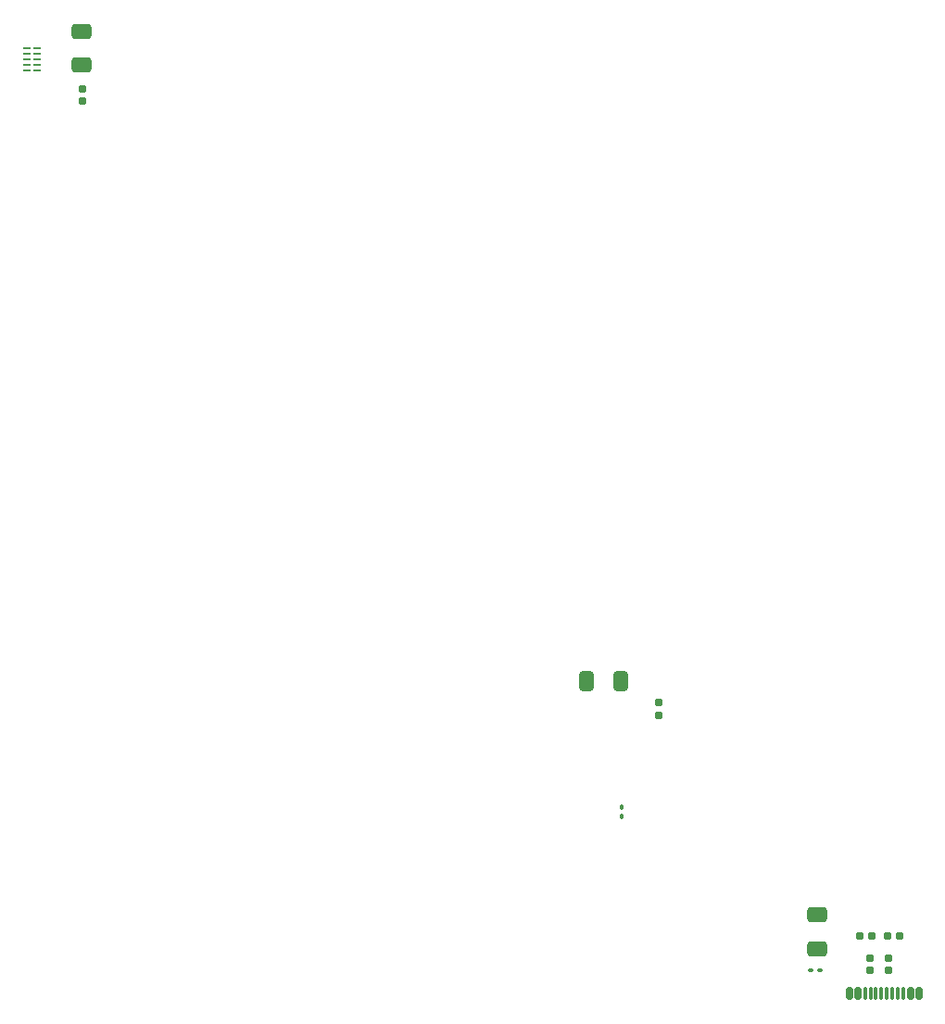
<source format=gtp>
G04 #@! TF.GenerationSoftware,KiCad,Pcbnew,7.0.1*
G04 #@! TF.CreationDate,2023-10-11T18:56:37-05:00*
G04 #@! TF.ProjectId,Audio_Board,41756469-6f5f-4426-9f61-72642e6b6963,1*
G04 #@! TF.SameCoordinates,Original*
G04 #@! TF.FileFunction,Paste,Top*
G04 #@! TF.FilePolarity,Positive*
%FSLAX46Y46*%
G04 Gerber Fmt 4.6, Leading zero omitted, Abs format (unit mm)*
G04 Created by KiCad (PCBNEW 7.0.1) date 2023-10-11 18:56:37*
%MOMM*%
%LPD*%
G01*
G04 APERTURE LIST*
G04 Aperture macros list*
%AMRoundRect*
0 Rectangle with rounded corners*
0 $1 Rounding radius*
0 $2 $3 $4 $5 $6 $7 $8 $9 X,Y pos of 4 corners*
0 Add a 4 corners polygon primitive as box body*
4,1,4,$2,$3,$4,$5,$6,$7,$8,$9,$2,$3,0*
0 Add four circle primitives for the rounded corners*
1,1,$1+$1,$2,$3*
1,1,$1+$1,$4,$5*
1,1,$1+$1,$6,$7*
1,1,$1+$1,$8,$9*
0 Add four rect primitives between the rounded corners*
20,1,$1+$1,$2,$3,$4,$5,0*
20,1,$1+$1,$4,$5,$6,$7,0*
20,1,$1+$1,$6,$7,$8,$9,0*
20,1,$1+$1,$8,$9,$2,$3,0*%
G04 Aperture macros list end*
%ADD10RoundRect,0.155000X0.155000X-0.212500X0.155000X0.212500X-0.155000X0.212500X-0.155000X-0.212500X0*%
%ADD11RoundRect,0.250000X0.650000X-0.412500X0.650000X0.412500X-0.650000X0.412500X-0.650000X-0.412500X0*%
%ADD12R,0.725000X0.250000*%
%ADD13R,0.775000X0.250000*%
%ADD14RoundRect,0.090000X-0.090000X0.139000X-0.090000X-0.139000X0.090000X-0.139000X0.090000X0.139000X0*%
%ADD15RoundRect,0.150000X-0.150000X-0.425000X0.150000X-0.425000X0.150000X0.425000X-0.150000X0.425000X0*%
%ADD16RoundRect,0.075000X-0.075000X-0.500000X0.075000X-0.500000X0.075000X0.500000X-0.075000X0.500000X0*%
%ADD17RoundRect,0.155000X-0.212500X-0.155000X0.212500X-0.155000X0.212500X0.155000X-0.212500X0.155000X0*%
%ADD18RoundRect,0.155000X0.212500X0.155000X-0.212500X0.155000X-0.212500X-0.155000X0.212500X-0.155000X0*%
%ADD19RoundRect,0.250000X0.412500X0.650000X-0.412500X0.650000X-0.412500X-0.650000X0.412500X-0.650000X0*%
%ADD20RoundRect,0.090000X0.139000X0.090000X-0.139000X0.090000X-0.139000X-0.090000X0.139000X-0.090000X0*%
G04 APERTURE END LIST*
D10*
X180725735Y-30706700D03*
X180725735Y-29571700D03*
X252760135Y-110157900D03*
X252760135Y-109022900D03*
D11*
X247908335Y-108150700D03*
X247908335Y-105025700D03*
X180674535Y-27447201D03*
X180674535Y-24322201D03*
D10*
X254385735Y-110157900D03*
X254385735Y-109022900D03*
D12*
X175640435Y-25913800D03*
X175640435Y-26413800D03*
X175640435Y-26913800D03*
X175640435Y-27413800D03*
X175640435Y-27913800D03*
D13*
X176640435Y-27913800D03*
X176640435Y-27413800D03*
X176640435Y-26913800D03*
X176640435Y-26413800D03*
X176640435Y-25913800D03*
D14*
X230059835Y-95199301D03*
X230059835Y-96064301D03*
D15*
X250818954Y-112231000D03*
X251618954Y-112231000D03*
D16*
X252768954Y-112231000D03*
X253768954Y-112231000D03*
X254268954Y-112231000D03*
X255268954Y-112231000D03*
D15*
X256418954Y-112231000D03*
X257218954Y-112231000D03*
X257218954Y-112231000D03*
X256418954Y-112231000D03*
D16*
X255768954Y-112231000D03*
X254768954Y-112231000D03*
X253268954Y-112231000D03*
X252268954Y-112231000D03*
D15*
X251618954Y-112231000D03*
X250818954Y-112231000D03*
D17*
X251769135Y-107025400D03*
X252904135Y-107025400D03*
D18*
X255426735Y-107025400D03*
X254291735Y-107025400D03*
D19*
X229975936Y-83682800D03*
X226850936Y-83682800D03*
D20*
X248146635Y-110118600D03*
X247281635Y-110118600D03*
D10*
X233379535Y-86799000D03*
X233379535Y-85664000D03*
M02*

</source>
